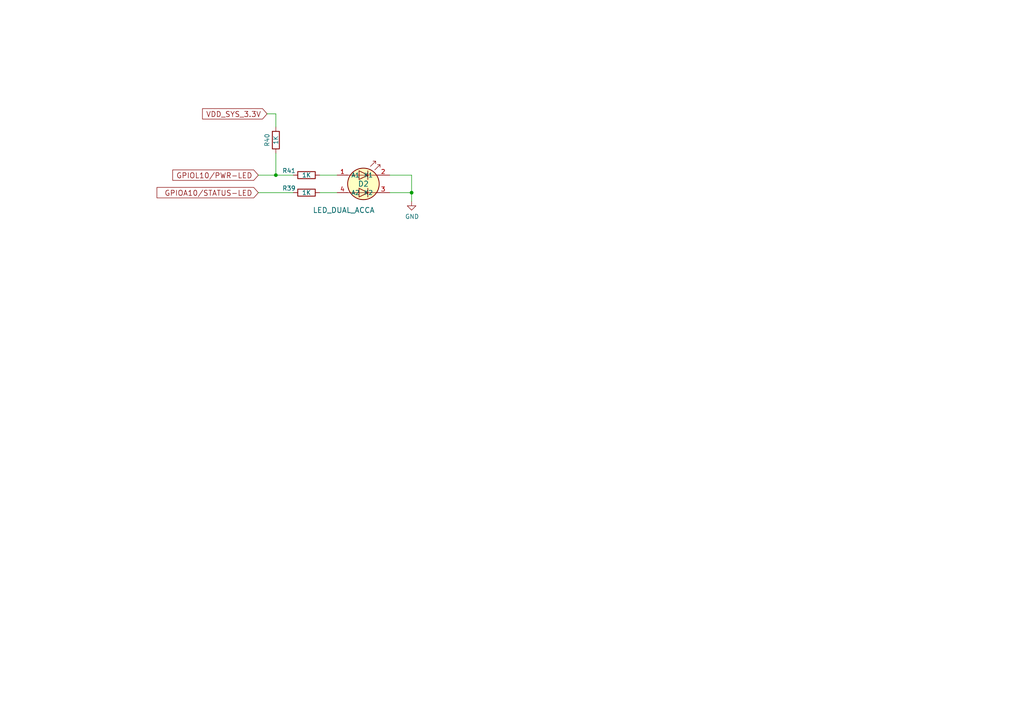
<source format=kicad_sch>
(kicad_sch (version 20230121) (generator eeschema)
  (paper "A4")
  (lib_symbols
    (symbol "Device:R" (pin_numbers hide) (pin_names (offset 0))
      (property "Reference" "R" (at 2.032 0 90))
      (property "Value" "R" (at 0 0 90))
      (symbol "R_0_1"
        (rectangle (start -1.016 -2.54) (end 1.016 2.54) (stroke (width 0.254)))
      )
      (symbol "R_1_1"
        (pin passive line (at 0 3.81 270) (length 1.27) (name "~") (number "1"))
        (pin passive line (at 0 -3.81 90) (length 1.27) (name "~") (number "2"))
      )
    )
    (symbol "WiRoc:LED_DUAL_ACCA" (pin_names (offset 1.016))
      (property "Reference" "D" (at 8.89 8.89 0))
      (property "Value" "LED_DUAL_ACCA" (at -5.08 8.89 0))
      (symbol "LED_DUAL_ACCA_1_1"
        (polyline (pts (xy -5.08 -2.54) (xy 2.032 -2.54)))
        (polyline (pts (xy -5.08 2.54) (xy 2.032 2.54)))
        (polyline (pts (xy 1.27 -1.27) (xy 1.27 -3.81)) (stroke (width 0.2032)))
        (polyline (pts (xy 1.27 3.81) (xy 1.27 1.27)) (stroke (width 0.2032)))
        (polyline (pts (xy 3.81 -2.54) (xy 1.905 -2.54)))
        (polyline (pts (xy 3.81 2.54) (xy 1.905 2.54)))
        (polyline (pts (xy -1.27 -1.27) (xy -1.27 -3.81) (xy 1.27 -2.54) (xy -1.27 -1.27)) (stroke (width 0.2032)))
        (polyline (pts (xy -1.27 3.81) (xy -1.27 1.27) (xy 1.27 2.54) (xy -1.27 3.81)) (stroke (width 0.2032)))
        (polyline (pts (xy 2.032 5.08) (xy 3.556 6.604) (xy 2.794 6.604) (xy 3.556 6.604) (xy 3.556 5.842)))
        (polyline (pts (xy 3.302 4.064) (xy 4.826 5.588) (xy 4.064 5.588) (xy 4.826 5.588) (xy 4.826 4.826)))
        (circle (center 0 0) (radius 4.572) (stroke (width 0.254)) (fill (type background)))
        (pin input line (at -7.62 2.54 0) (length 3.048) (name "A1") (number "1"))
        (pin input line (at 7.62 2.54 180) (length 3.81) (name "K1") (number "2"))
        (pin input line (at 7.62 -2.54 180) (length 3.81) (name "K2") (number "3"))
        (pin input line (at -7.62 -2.54 0) (length 3.048) (name "A2") (number "4"))
      )
    )
    (symbol "power:GND" (power) (pin_names (offset 0))
      (property "Value" "GND" (at 0 -3.81 0))
      (symbol "GND_0_1"
        (polyline (pts (xy 0 0) (xy 0 -1.27) (xy 1.27 -1.27) (xy 0 -2.54) (xy -1.27 -1.27) (xy 0 -1.27)))
      )
      (symbol "GND_1_1"
        (pin power_in line (at 0 0 270) (length 0) hide (name "GND") (number "1"))
      )
    )
  )
  (junction (at 80.01 50.8))
  (junction (at 119.38 55.88))
  (wire (pts (xy 92.71 50.8) (xy 97.79 50.8)))
  (wire (pts (xy 74.93 50.8) (xy 80.01 50.8)))
  (wire (pts (xy 80.01 33.02) (xy 80.01 36.83)))
  (wire (pts (xy 77.47 33.02) (xy 80.01 33.02)))
  (wire (pts (xy 74.93 55.88) (xy 85.09 55.88)))
  (wire (pts (xy 119.38 50.8) (xy 119.38 55.88)))
  (wire (pts (xy 92.71 55.88) (xy 97.79 55.88)))
  (wire (pts (xy 113.03 55.88) (xy 119.38 55.88)))
  (wire (pts (xy 119.38 55.88) (xy 119.38 58.42)))
  (wire (pts (xy 113.03 50.8) (xy 119.38 50.8)))
  (wire (pts (xy 80.01 44.45) (xy 80.01 50.8)))
  (wire (pts (xy 80.01 50.8) (xy 85.09 50.8)))
  (global_label "GPIOL10{slash}PWR-LED" (shape input) (at 74.93 50.8 180) (effects (font (size 1.524 1.524))) (property "Intersheetrefs" "${INTERSHEET_REFS}" (effects hide)))
  (global_label " GPIOA10{slash}STATUS-LED" (shape input) (at 74.93 55.88 180) (effects (font (size 1.524 1.524))) (property "Intersheetrefs" "${INTERSHEET_REFS}" (effects hide)))
  (global_label "VDD_SYS_3.3V" (shape input) (at 77.47 33.02 180) (effects (font (size 1.524 1.524))) (property "Intersheetrefs" "${INTERSHEET_REFS}" (effects hide)))
  (symbol (lib_id "Device:R") (at 88.9 55.88 270) (unit 1)
    (property "Reference" "R39" (at 83.82 54.61 90))
    (property "Value" "1K" (at 88.9 55.88 90))
    (property "Footprint" "Resistor_SMD:R_0402_1005Metric" (effects hide))
    (property "Package" "0603" (effects hide))
    (property "ManufacturerPartNumber" "0603WAJ0102T5E" (effects hide))
    (property "IncludeInBOM" "TRUE" (effects hide))
    (property "Original" "No" (effects hide))
    (property "Description" "1KΩ (1001) ±1%" (effects hide))
    (property "Manufacturer" "Uniroyal Elec" (effects hide))
    (property "WebsiteURL" "https://lcsc.com/product-detail/Chip-Resistor-Surface-Mount_1KR-1001-1_C103198.html" (effects hide))
    (property "ThroughHole" "FALSE" (effects hide))
    (property "LCSC Part #" "C21190" (effects hide))
  )
  (symbol (lib_id "Device:R") (at 80.01 40.64 0) (unit 1)
    (property "Reference" "R40" (at 77.47 40.64 90))
    (property "Value" "1K" (at 80.01 40.64 90))
    (property "Footprint" "Resistor_SMD:R_0402_1005Metric" (effects hide))
    (property "Package" "0603" (effects hide))
    (property "ManufacturerPartNumber" "0603WAJ0102T5E" (effects hide))
    (property "IncludeInBOM" "TRUE" (effects hide))
    (property "Original" "No" (effects hide))
    (property "Description" "1KΩ (1001) ±1%" (effects hide))
    (property "Manufacturer" "Uniroyal Elec" (effects hide))
    (property "WebsiteURL" "https://lcsc.com/product-detail/Chip-Resistor-Surface-Mount_1KR-1001-1_C103198.html" (effects hide))
    (property "ThroughHole" "FALSE" (effects hide))
    (property "LCSC Part #" "C21190" (effects hide))
  )
  (symbol (lib_id "WiRoc:LED_DUAL_ACCA") (at 105.41 53.34 0) (unit 1)
    (property "Reference" "D2" (at 105.41 53.34 0) (effects (font (size 1.524 1.524))))
    (property "Value" "LED_DUAL_ACCA" (at 99.695 60.96 0) (effects (font (size 1.524 1.524))))
    (property "Footprint" "WiRoc:LED_Dual_1.7_1.6" (effects hide))
    (property "Datasheet" "https://datasheet.lcsc.com/szlcsc/2005041205_HONGLITRONIC-Hongli-Zhihui-HONGLITRONIC-HL-PCB-1617S9FH203BC_C513363.pdf" (effects hide))
    (property "Package" "SMD,1.6x1.7x0.67mm" (effects hide))
    (property "ManufacturerPartNumber" "HL-PCB-1617S9FH203BC" (effects hide))
    (property "IncludeInBOM" "TRUE" (effects hide))
    (property "Manufacturer" "HONGLITRONIC(Hongli Zhihui (HONGLITRONIC))" (effects hide))
    (property "Original" "Yes" (effects hide))
    (property "ThroughHole" "FALSE" (effects hide))
    (property "LCSC Part #" "C513363" (effects hide))
  )
  (symbol (lib_id "Device:R") (at 88.9 50.8 270) (unit 1)
    (property "Reference" "R41" (at 83.82 49.53 90))
    (property "Value" "1K" (at 88.9 50.8 90))
    (property "Footprint" "Resistor_SMD:R_0402_1005Metric" (effects hide))
    (property "Package" "0603" (effects hide))
    (property "ManufacturerPartNumber" "0603WAJ0102T5E" (effects hide))
    (property "IncludeInBOM" "TRUE" (effects hide))
    (property "Original" "No" (effects hide))
    (property "Description" "1KΩ (1001) ±1%" (effects hide))
    (property "Manufacturer" "Uniroyal Elec" (effects hide))
    (property "WebsiteURL" "https://lcsc.com/product-detail/Chip-Resistor-Surface-Mount_1KR-1001-1_C103198.html" (effects hide))
    (property "ThroughHole" "FALSE" (effects hide))
    (property "LCSC Part #" "C21190" (effects hide))
  )
  (symbol (lib_id "power:GND") (at 119.38 58.42 0) (unit 1)
    (property "Reference" "#PWR074" (effects hide))
    (property "Value" "GND" (at 119.507 62.8142 0))
  )
)
</source>
